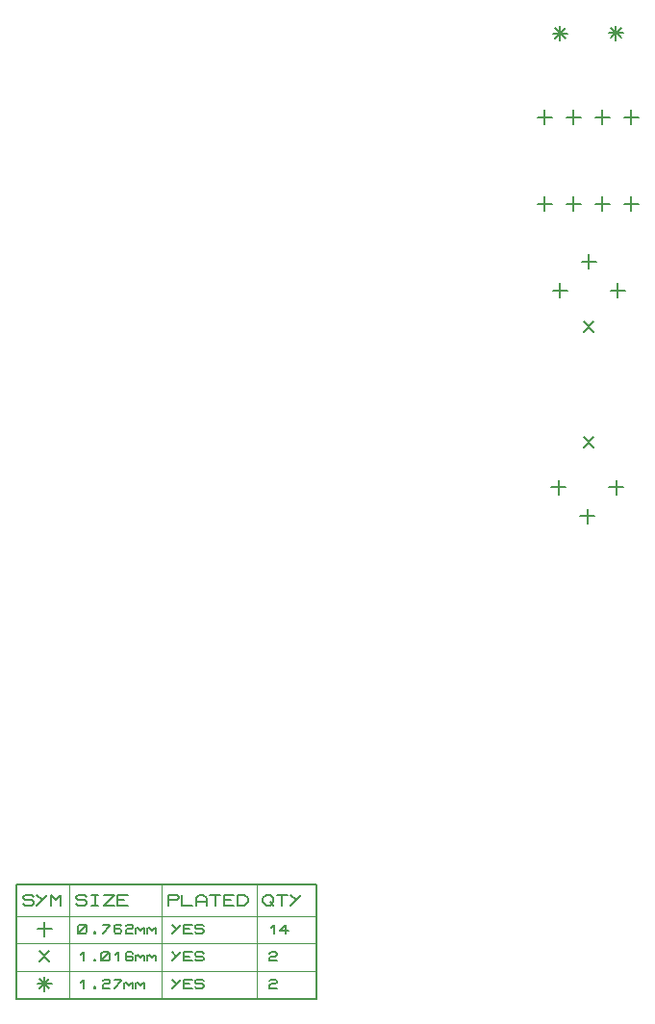
<source format=gbr>
G04 PROTEUS RS274X GERBER FILE*
%FSLAX45Y45*%
%MOMM*%
G01*
%ADD24C,0.203200*%
%ADD34C,0.127000*%
%ADD35C,0.063500*%
%TD.AperFunction*%
D24*
X+254000Y-500D02*
X+254000Y-127500D01*
X+190500Y-64000D02*
X+317500Y-64000D01*
X+0Y+253500D02*
X+0Y+126500D01*
X-63500Y+190000D02*
X+63500Y+190000D01*
X-254000Y-500D02*
X-254000Y-127500D01*
X-317500Y-64000D02*
X-190500Y-64000D01*
X-264000Y-1732500D02*
X-264000Y-1859500D01*
X-327500Y-1796000D02*
X-200500Y-1796000D01*
X-10000Y-1986500D02*
X-10000Y-2113500D01*
X-73500Y-2050000D02*
X+53500Y-2050000D01*
X+244000Y-1732500D02*
X+244000Y-1859500D01*
X+180500Y-1796000D02*
X+307500Y-1796000D01*
X-388000Y+763500D02*
X-388000Y+636500D01*
X-451500Y+700000D02*
X-324500Y+700000D01*
X-134000Y+763500D02*
X-134000Y+636500D01*
X-197500Y+700000D02*
X-70500Y+700000D01*
X+120000Y+763500D02*
X+120000Y+636500D01*
X+56500Y+700000D02*
X+183500Y+700000D01*
X+374000Y+763500D02*
X+374000Y+636500D01*
X+310500Y+700000D02*
X+437500Y+700000D01*
X+374000Y+1525500D02*
X+374000Y+1398500D01*
X+310500Y+1462000D02*
X+437500Y+1462000D01*
X+120000Y+1525500D02*
X+120000Y+1398500D01*
X+56500Y+1462000D02*
X+183500Y+1462000D01*
X-134000Y+1525500D02*
X-134000Y+1398500D01*
X-197500Y+1462000D02*
X-70500Y+1462000D01*
X-388000Y+1525500D02*
X-388000Y+1398500D01*
X-451500Y+1462000D02*
X-324500Y+1462000D01*
X-44901Y-335099D02*
X+44901Y-424901D01*
X-44901Y-424901D02*
X+44901Y-335099D01*
X-44901Y-1351099D02*
X+44901Y-1440901D01*
X-44901Y-1440901D02*
X+44901Y-1351099D01*
X+240000Y+2267500D02*
X+240000Y+2140500D01*
X+176500Y+2204000D02*
X+303500Y+2204000D01*
X+195099Y+2248901D02*
X+284901Y+2159099D01*
X+195099Y+2159099D02*
X+284901Y+2248901D01*
X-250000Y+2263500D02*
X-250000Y+2136500D01*
X-313500Y+2200000D02*
X-186500Y+2200000D01*
X-294901Y+2244901D02*
X-205099Y+2155099D01*
X-294901Y+2155099D02*
X-205099Y+2244901D01*
D34*
X-5038100Y-6295400D02*
X-2393960Y-6295400D01*
X-2393960Y-5292100D01*
X-5038100Y-5292100D01*
X-5038100Y-6295400D01*
D35*
X-4570738Y-5292100D02*
X-4570738Y-6295400D01*
X-3757938Y-5292100D02*
X-3757938Y-6295400D01*
X-2924818Y-5292100D02*
X-2924818Y-6295400D01*
X-5038100Y-5565150D02*
X-2393960Y-5565150D01*
X-5038100Y-5806450D02*
X-2393960Y-5806450D01*
X-5038100Y-6047750D02*
X-2393960Y-6047750D01*
D34*
X-4980950Y-5455930D02*
X-4965710Y-5471170D01*
X-4904750Y-5471170D01*
X-4889510Y-5455930D01*
X-4889510Y-5440690D01*
X-4904750Y-5425450D01*
X-4965710Y-5425450D01*
X-4980950Y-5410210D01*
X-4980950Y-5394970D01*
X-4965710Y-5379730D01*
X-4904750Y-5379730D01*
X-4889510Y-5394970D01*
X-4767590Y-5379730D02*
X-4859030Y-5471170D01*
X-4859030Y-5379730D02*
X-4813310Y-5425450D01*
X-4737110Y-5471170D02*
X-4737110Y-5379730D01*
X-4691390Y-5425450D01*
X-4645670Y-5379730D01*
X-4645670Y-5471170D01*
X-4513590Y-5455930D02*
X-4498350Y-5471170D01*
X-4437390Y-5471170D01*
X-4422150Y-5455930D01*
X-4422150Y-5440690D01*
X-4437390Y-5425450D01*
X-4498350Y-5425450D01*
X-4513590Y-5410210D01*
X-4513590Y-5394970D01*
X-4498350Y-5379730D01*
X-4437390Y-5379730D01*
X-4422150Y-5394970D01*
X-4376430Y-5379730D02*
X-4315470Y-5379730D01*
X-4345950Y-5379730D02*
X-4345950Y-5471170D01*
X-4376430Y-5471170D02*
X-4315470Y-5471170D01*
X-4269750Y-5379730D02*
X-4178310Y-5379730D01*
X-4269750Y-5471170D01*
X-4178310Y-5471170D01*
X-4056390Y-5471170D02*
X-4147830Y-5471170D01*
X-4147830Y-5379730D01*
X-4056390Y-5379730D01*
X-4147830Y-5425450D02*
X-4086870Y-5425450D01*
X-3700790Y-5471170D02*
X-3700790Y-5379730D01*
X-3624590Y-5379730D01*
X-3609350Y-5394970D01*
X-3609350Y-5410210D01*
X-3624590Y-5425450D01*
X-3700790Y-5425450D01*
X-3578870Y-5379730D02*
X-3578870Y-5471170D01*
X-3487430Y-5471170D01*
X-3456950Y-5471170D02*
X-3456950Y-5410210D01*
X-3426470Y-5379730D01*
X-3395990Y-5379730D01*
X-3365510Y-5410210D01*
X-3365510Y-5471170D01*
X-3456950Y-5440690D02*
X-3365510Y-5440690D01*
X-3335030Y-5379730D02*
X-3243590Y-5379730D01*
X-3289310Y-5379730D02*
X-3289310Y-5471170D01*
X-3121670Y-5471170D02*
X-3213110Y-5471170D01*
X-3213110Y-5379730D01*
X-3121670Y-5379730D01*
X-3213110Y-5425450D02*
X-3152150Y-5425450D01*
X-3091190Y-5471170D02*
X-3091190Y-5379730D01*
X-3030230Y-5379730D01*
X-2999750Y-5410210D01*
X-2999750Y-5440690D01*
X-3030230Y-5471170D01*
X-3091190Y-5471170D01*
X-2867670Y-5410210D02*
X-2837190Y-5379730D01*
X-2806710Y-5379730D01*
X-2776230Y-5410210D01*
X-2776230Y-5440690D01*
X-2806710Y-5471170D01*
X-2837190Y-5471170D01*
X-2867670Y-5440690D01*
X-2867670Y-5410210D01*
X-2806710Y-5440690D02*
X-2776230Y-5471170D01*
X-2745750Y-5379730D02*
X-2654310Y-5379730D01*
X-2700030Y-5379730D02*
X-2700030Y-5471170D01*
X-2532390Y-5379730D02*
X-2623830Y-5471170D01*
X-2623830Y-5379730D02*
X-2578110Y-5425450D01*
D24*
X-4791720Y-5615950D02*
X-4791720Y-5742950D01*
X-4855220Y-5679450D02*
X-4728220Y-5679450D01*
D34*
X-4494540Y-5704850D02*
X-4494540Y-5654050D01*
X-4481840Y-5641350D01*
X-4431040Y-5641350D01*
X-4418340Y-5654050D01*
X-4418340Y-5704850D01*
X-4431040Y-5717550D01*
X-4481840Y-5717550D01*
X-4494540Y-5704850D01*
X-4494540Y-5717550D02*
X-4418340Y-5641350D01*
X-4354840Y-5704850D02*
X-4342140Y-5704850D01*
X-4342140Y-5717550D01*
X-4354840Y-5717550D01*
X-4354840Y-5704850D01*
X-4278640Y-5641350D02*
X-4215140Y-5641350D01*
X-4215140Y-5654050D01*
X-4278640Y-5717550D01*
X-4113540Y-5654050D02*
X-4126240Y-5641350D01*
X-4164340Y-5641350D01*
X-4177040Y-5654050D01*
X-4177040Y-5704850D01*
X-4164340Y-5717550D01*
X-4126240Y-5717550D01*
X-4113540Y-5704850D01*
X-4113540Y-5692150D01*
X-4126240Y-5679450D01*
X-4177040Y-5679450D01*
X-4075440Y-5654050D02*
X-4062740Y-5641350D01*
X-4024640Y-5641350D01*
X-4011940Y-5654050D01*
X-4011940Y-5666750D01*
X-4024640Y-5679450D01*
X-4062740Y-5679450D01*
X-4075440Y-5692150D01*
X-4075440Y-5717550D01*
X-4011940Y-5717550D01*
X-3986540Y-5717550D02*
X-3986540Y-5666750D01*
X-3986540Y-5679450D02*
X-3973840Y-5666750D01*
X-3948440Y-5692150D01*
X-3923040Y-5666750D01*
X-3910340Y-5679450D01*
X-3910340Y-5717550D01*
X-3884940Y-5717550D02*
X-3884940Y-5666750D01*
X-3884940Y-5679450D02*
X-3872240Y-5666750D01*
X-3846840Y-5692150D01*
X-3821440Y-5666750D01*
X-3808740Y-5679450D01*
X-3808740Y-5717550D01*
X-3592840Y-5641350D02*
X-3669040Y-5717550D01*
X-3669040Y-5641350D02*
X-3630940Y-5679450D01*
X-3491240Y-5717550D02*
X-3567440Y-5717550D01*
X-3567440Y-5641350D01*
X-3491240Y-5641350D01*
X-3567440Y-5679450D02*
X-3516640Y-5679450D01*
X-3465840Y-5704850D02*
X-3453140Y-5717550D01*
X-3402340Y-5717550D01*
X-3389640Y-5704850D01*
X-3389640Y-5692150D01*
X-3402340Y-5679450D01*
X-3453140Y-5679450D01*
X-3465840Y-5666750D01*
X-3465840Y-5654050D01*
X-3453140Y-5641350D01*
X-3402340Y-5641350D01*
X-3389640Y-5654050D01*
X-2797820Y-5666750D02*
X-2772420Y-5641350D01*
X-2772420Y-5717550D01*
X-2645420Y-5692150D02*
X-2721620Y-5692150D01*
X-2670820Y-5641350D01*
X-2670820Y-5717550D01*
D24*
X-4836621Y-5875849D02*
X-4746819Y-5965651D01*
X-4836621Y-5965651D02*
X-4746819Y-5875849D01*
D34*
X-4469140Y-5908050D02*
X-4443740Y-5882650D01*
X-4443740Y-5958850D01*
X-4354840Y-5946150D02*
X-4342140Y-5946150D01*
X-4342140Y-5958850D01*
X-4354840Y-5958850D01*
X-4354840Y-5946150D01*
X-4291340Y-5946150D02*
X-4291340Y-5895350D01*
X-4278640Y-5882650D01*
X-4227840Y-5882650D01*
X-4215140Y-5895350D01*
X-4215140Y-5946150D01*
X-4227840Y-5958850D01*
X-4278640Y-5958850D01*
X-4291340Y-5946150D01*
X-4291340Y-5958850D02*
X-4215140Y-5882650D01*
X-4164340Y-5908050D02*
X-4138940Y-5882650D01*
X-4138940Y-5958850D01*
X-4011940Y-5895350D02*
X-4024640Y-5882650D01*
X-4062740Y-5882650D01*
X-4075440Y-5895350D01*
X-4075440Y-5946150D01*
X-4062740Y-5958850D01*
X-4024640Y-5958850D01*
X-4011940Y-5946150D01*
X-4011940Y-5933450D01*
X-4024640Y-5920750D01*
X-4075440Y-5920750D01*
X-3986540Y-5958850D02*
X-3986540Y-5908050D01*
X-3986540Y-5920750D02*
X-3973840Y-5908050D01*
X-3948440Y-5933450D01*
X-3923040Y-5908050D01*
X-3910340Y-5920750D01*
X-3910340Y-5958850D01*
X-3884940Y-5958850D02*
X-3884940Y-5908050D01*
X-3884940Y-5920750D02*
X-3872240Y-5908050D01*
X-3846840Y-5933450D01*
X-3821440Y-5908050D01*
X-3808740Y-5920750D01*
X-3808740Y-5958850D01*
X-3592840Y-5882650D02*
X-3669040Y-5958850D01*
X-3669040Y-5882650D02*
X-3630940Y-5920750D01*
X-3491240Y-5958850D02*
X-3567440Y-5958850D01*
X-3567440Y-5882650D01*
X-3491240Y-5882650D01*
X-3567440Y-5920750D02*
X-3516640Y-5920750D01*
X-3465840Y-5946150D02*
X-3453140Y-5958850D01*
X-3402340Y-5958850D01*
X-3389640Y-5946150D01*
X-3389640Y-5933450D01*
X-3402340Y-5920750D01*
X-3453140Y-5920750D01*
X-3465840Y-5908050D01*
X-3465840Y-5895350D01*
X-3453140Y-5882650D01*
X-3402340Y-5882650D01*
X-3389640Y-5895350D01*
X-2810520Y-5895350D02*
X-2797820Y-5882650D01*
X-2759720Y-5882650D01*
X-2747020Y-5895350D01*
X-2747020Y-5908050D01*
X-2759720Y-5920750D01*
X-2797820Y-5920750D01*
X-2810520Y-5933450D01*
X-2810520Y-5958850D01*
X-2747020Y-5958850D01*
D24*
X-4791720Y-6098550D02*
X-4791720Y-6225550D01*
X-4855220Y-6162050D02*
X-4728220Y-6162050D01*
X-4836621Y-6117149D02*
X-4746819Y-6206951D01*
X-4836621Y-6206951D02*
X-4746819Y-6117149D01*
D34*
X-4469140Y-6149350D02*
X-4443740Y-6123950D01*
X-4443740Y-6200150D01*
X-4354840Y-6187450D02*
X-4342140Y-6187450D01*
X-4342140Y-6200150D01*
X-4354840Y-6200150D01*
X-4354840Y-6187450D01*
X-4278640Y-6136650D02*
X-4265940Y-6123950D01*
X-4227840Y-6123950D01*
X-4215140Y-6136650D01*
X-4215140Y-6149350D01*
X-4227840Y-6162050D01*
X-4265940Y-6162050D01*
X-4278640Y-6174750D01*
X-4278640Y-6200150D01*
X-4215140Y-6200150D01*
X-4177040Y-6123950D02*
X-4113540Y-6123950D01*
X-4113540Y-6136650D01*
X-4177040Y-6200150D01*
X-4088140Y-6200150D02*
X-4088140Y-6149350D01*
X-4088140Y-6162050D02*
X-4075440Y-6149350D01*
X-4050040Y-6174750D01*
X-4024640Y-6149350D01*
X-4011940Y-6162050D01*
X-4011940Y-6200150D01*
X-3986540Y-6200150D02*
X-3986540Y-6149350D01*
X-3986540Y-6162050D02*
X-3973840Y-6149350D01*
X-3948440Y-6174750D01*
X-3923040Y-6149350D01*
X-3910340Y-6162050D01*
X-3910340Y-6200150D01*
X-3592840Y-6123950D02*
X-3669040Y-6200150D01*
X-3669040Y-6123950D02*
X-3630940Y-6162050D01*
X-3491240Y-6200150D02*
X-3567440Y-6200150D01*
X-3567440Y-6123950D01*
X-3491240Y-6123950D01*
X-3567440Y-6162050D02*
X-3516640Y-6162050D01*
X-3465840Y-6187450D02*
X-3453140Y-6200150D01*
X-3402340Y-6200150D01*
X-3389640Y-6187450D01*
X-3389640Y-6174750D01*
X-3402340Y-6162050D01*
X-3453140Y-6162050D01*
X-3465840Y-6149350D01*
X-3465840Y-6136650D01*
X-3453140Y-6123950D01*
X-3402340Y-6123950D01*
X-3389640Y-6136650D01*
X-2810520Y-6136650D02*
X-2797820Y-6123950D01*
X-2759720Y-6123950D01*
X-2747020Y-6136650D01*
X-2747020Y-6149350D01*
X-2759720Y-6162050D01*
X-2797820Y-6162050D01*
X-2810520Y-6174750D01*
X-2810520Y-6200150D01*
X-2747020Y-6200150D01*
M02*

</source>
